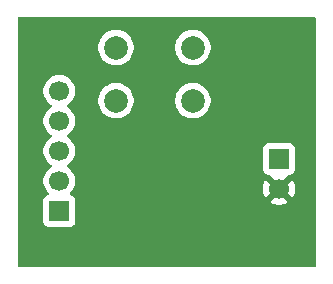
<source format=gbr>
%TF.GenerationSoftware,KiCad,Pcbnew,9.0.3*%
%TF.CreationDate,2025-11-22T12:31:01+05:30*%
%TF.ProjectId,multilayer trial,6d756c74-696c-4617-9965-722074726961,rev?*%
%TF.SameCoordinates,Original*%
%TF.FileFunction,Copper,L3,Inr*%
%TF.FilePolarity,Positive*%
%FSLAX46Y46*%
G04 Gerber Fmt 4.6, Leading zero omitted, Abs format (unit mm)*
G04 Created by KiCad (PCBNEW 9.0.3) date 2025-11-22 12:31:01*
%MOMM*%
%LPD*%
G01*
G04 APERTURE LIST*
%TA.AperFunction,ComponentPad*%
%ADD10C,2.000000*%
%TD*%
%TA.AperFunction,ComponentPad*%
%ADD11R,1.700000X1.700000*%
%TD*%
%TA.AperFunction,ComponentPad*%
%ADD12C,1.700000*%
%TD*%
G04 APERTURE END LIST*
D10*
%TO.N,GNDD*%
%TO.C,SW1*%
X113000000Y-82900000D03*
X119500000Y-82900000D03*
%TO.N,Net-(U1-~{RESET}{slash}PB5)*%
X113000000Y-87400000D03*
X119500000Y-87400000D03*
%TD*%
D11*
%TO.N,Net-(J2-Pin_1)*%
%TO.C,J2*%
X108200000Y-96740000D03*
D12*
%TO.N,Net-(J2-Pin_2)*%
X108200000Y-94200000D03*
%TO.N,Net-(J2-Pin_3)*%
X108200000Y-91660000D03*
%TO.N,Net-(J2-Pin_4)*%
X108200000Y-89120000D03*
%TO.N,Net-(J2-Pin_5)*%
X108200000Y-86580000D03*
%TD*%
D11*
%TO.N,GNDD*%
%TO.C,J1*%
X126800000Y-92325000D03*
D12*
%TO.N,5VD*%
X126800000Y-94865000D03*
%TD*%
%TA.AperFunction,Conductor*%
%TO.N,5VD*%
G36*
X129842539Y-80320185D02*
G01*
X129888294Y-80372989D01*
X129899500Y-80424500D01*
X129899500Y-101375500D01*
X129879815Y-101442539D01*
X129827011Y-101488294D01*
X129775500Y-101499500D01*
X104824500Y-101499500D01*
X104757461Y-101479815D01*
X104711706Y-101427011D01*
X104700500Y-101375500D01*
X104700500Y-86473713D01*
X106849500Y-86473713D01*
X106849500Y-86686287D01*
X106882754Y-86896243D01*
X106932268Y-87048632D01*
X106948444Y-87098414D01*
X107044951Y-87287820D01*
X107169890Y-87459786D01*
X107320213Y-87610109D01*
X107492182Y-87735050D01*
X107500946Y-87739516D01*
X107551742Y-87787491D01*
X107568536Y-87855312D01*
X107545998Y-87921447D01*
X107500946Y-87960484D01*
X107492182Y-87964949D01*
X107320213Y-88089890D01*
X107169890Y-88240213D01*
X107044951Y-88412179D01*
X106948444Y-88601585D01*
X106882753Y-88803760D01*
X106849500Y-89013713D01*
X106849500Y-89226286D01*
X106882753Y-89436239D01*
X106948444Y-89638414D01*
X107044951Y-89827820D01*
X107169890Y-89999786D01*
X107320213Y-90150109D01*
X107492182Y-90275050D01*
X107500946Y-90279516D01*
X107551742Y-90327491D01*
X107568536Y-90395312D01*
X107545998Y-90461447D01*
X107500946Y-90500484D01*
X107492182Y-90504949D01*
X107320213Y-90629890D01*
X107169890Y-90780213D01*
X107044951Y-90952179D01*
X106948444Y-91141585D01*
X106882753Y-91343760D01*
X106849500Y-91553713D01*
X106849500Y-91766286D01*
X106882753Y-91976239D01*
X106948444Y-92178414D01*
X107044951Y-92367820D01*
X107169890Y-92539786D01*
X107320213Y-92690109D01*
X107492182Y-92815050D01*
X107500946Y-92819516D01*
X107551742Y-92867491D01*
X107568536Y-92935312D01*
X107545998Y-93001447D01*
X107500946Y-93040484D01*
X107492182Y-93044949D01*
X107320213Y-93169890D01*
X107169890Y-93320213D01*
X107044951Y-93492179D01*
X106948444Y-93681585D01*
X106882753Y-93883760D01*
X106849500Y-94093713D01*
X106849500Y-94306287D01*
X106882754Y-94516243D01*
X106947518Y-94715566D01*
X106948444Y-94718414D01*
X107044951Y-94907820D01*
X107169890Y-95079786D01*
X107283430Y-95193326D01*
X107316915Y-95254649D01*
X107311931Y-95324341D01*
X107270059Y-95380274D01*
X107239083Y-95397189D01*
X107107669Y-95446203D01*
X107107664Y-95446206D01*
X106992455Y-95532452D01*
X106992452Y-95532455D01*
X106906206Y-95647664D01*
X106906202Y-95647671D01*
X106855908Y-95782517D01*
X106849501Y-95842116D01*
X106849501Y-95842123D01*
X106849500Y-95842135D01*
X106849500Y-97637870D01*
X106849501Y-97637876D01*
X106855908Y-97697483D01*
X106906202Y-97832328D01*
X106906206Y-97832335D01*
X106992452Y-97947544D01*
X106992455Y-97947547D01*
X107107664Y-98033793D01*
X107107671Y-98033797D01*
X107242517Y-98084091D01*
X107242516Y-98084091D01*
X107249444Y-98084835D01*
X107302127Y-98090500D01*
X109097872Y-98090499D01*
X109157483Y-98084091D01*
X109292331Y-98033796D01*
X109407546Y-97947546D01*
X109493796Y-97832331D01*
X109544091Y-97697483D01*
X109550500Y-97637873D01*
X109550499Y-95842128D01*
X109544091Y-95782517D01*
X109493796Y-95647669D01*
X109493795Y-95647668D01*
X109493793Y-95647664D01*
X109407547Y-95532455D01*
X109407544Y-95532452D01*
X109292335Y-95446206D01*
X109292328Y-95446202D01*
X109160917Y-95397189D01*
X109104983Y-95355318D01*
X109080566Y-95289853D01*
X109095418Y-95221580D01*
X109116563Y-95193332D01*
X109230104Y-95079792D01*
X109355051Y-94907816D01*
X109451557Y-94718412D01*
X109517246Y-94516243D01*
X109550500Y-94306287D01*
X109550500Y-94093713D01*
X109517246Y-93883757D01*
X109451557Y-93681588D01*
X109355051Y-93492184D01*
X109355049Y-93492181D01*
X109355048Y-93492179D01*
X109230109Y-93320213D01*
X109079786Y-93169890D01*
X108907820Y-93044951D01*
X108907115Y-93044591D01*
X108899054Y-93040485D01*
X108848259Y-92992512D01*
X108831463Y-92924692D01*
X108853999Y-92858556D01*
X108899054Y-92819515D01*
X108907816Y-92815051D01*
X108929789Y-92799086D01*
X109079786Y-92690109D01*
X109079788Y-92690106D01*
X109079792Y-92690104D01*
X109230104Y-92539792D01*
X109230106Y-92539788D01*
X109230109Y-92539786D01*
X109355048Y-92367820D01*
X109355047Y-92367820D01*
X109355051Y-92367816D01*
X109451557Y-92178412D01*
X109517246Y-91976243D01*
X109550500Y-91766287D01*
X109550500Y-91553713D01*
X109530452Y-91427135D01*
X125449500Y-91427135D01*
X125449500Y-93222870D01*
X125449501Y-93222876D01*
X125455908Y-93282483D01*
X125506202Y-93417328D01*
X125506206Y-93417335D01*
X125592452Y-93532544D01*
X125592455Y-93532547D01*
X125707664Y-93618793D01*
X125707671Y-93618797D01*
X125752618Y-93635561D01*
X125842517Y-93669091D01*
X125902127Y-93675500D01*
X125912685Y-93675499D01*
X125979723Y-93695179D01*
X126000372Y-93711818D01*
X126670591Y-94382037D01*
X126607007Y-94399075D01*
X126492993Y-94464901D01*
X126399901Y-94557993D01*
X126334075Y-94672007D01*
X126317037Y-94735591D01*
X125684728Y-94103282D01*
X125684727Y-94103282D01*
X125645380Y-94157439D01*
X125548904Y-94346782D01*
X125483242Y-94548869D01*
X125483242Y-94548872D01*
X125450000Y-94758753D01*
X125450000Y-94971246D01*
X125483242Y-95181127D01*
X125483242Y-95181130D01*
X125548904Y-95383217D01*
X125645375Y-95572550D01*
X125684728Y-95626716D01*
X126317037Y-94994408D01*
X126334075Y-95057993D01*
X126399901Y-95172007D01*
X126492993Y-95265099D01*
X126607007Y-95330925D01*
X126670590Y-95347962D01*
X126038282Y-95980269D01*
X126038282Y-95980270D01*
X126092449Y-96019624D01*
X126281782Y-96116095D01*
X126483870Y-96181757D01*
X126693754Y-96215000D01*
X126906246Y-96215000D01*
X127116127Y-96181757D01*
X127116130Y-96181757D01*
X127318217Y-96116095D01*
X127507554Y-96019622D01*
X127561716Y-95980270D01*
X127561717Y-95980270D01*
X126929408Y-95347962D01*
X126992993Y-95330925D01*
X127107007Y-95265099D01*
X127200099Y-95172007D01*
X127265925Y-95057993D01*
X127282962Y-94994409D01*
X127915270Y-95626717D01*
X127915270Y-95626716D01*
X127954622Y-95572554D01*
X128051095Y-95383217D01*
X128116757Y-95181130D01*
X128116757Y-95181127D01*
X128150000Y-94971246D01*
X128150000Y-94758753D01*
X128116757Y-94548872D01*
X128116757Y-94548869D01*
X128051095Y-94346782D01*
X127954624Y-94157449D01*
X127915270Y-94103282D01*
X127915269Y-94103282D01*
X127282962Y-94735590D01*
X127265925Y-94672007D01*
X127200099Y-94557993D01*
X127107007Y-94464901D01*
X126992993Y-94399075D01*
X126929409Y-94382037D01*
X127599627Y-93711818D01*
X127660950Y-93678333D01*
X127687307Y-93675499D01*
X127697872Y-93675499D01*
X127757483Y-93669091D01*
X127892331Y-93618796D01*
X128007546Y-93532546D01*
X128093796Y-93417331D01*
X128144091Y-93282483D01*
X128150500Y-93222873D01*
X128150499Y-91427128D01*
X128144091Y-91367517D01*
X128135230Y-91343760D01*
X128093797Y-91232671D01*
X128093793Y-91232664D01*
X128007547Y-91117455D01*
X128007544Y-91117452D01*
X127892335Y-91031206D01*
X127892328Y-91031202D01*
X127757482Y-90980908D01*
X127757483Y-90980908D01*
X127697883Y-90974501D01*
X127697881Y-90974500D01*
X127697873Y-90974500D01*
X127697864Y-90974500D01*
X125902129Y-90974500D01*
X125902123Y-90974501D01*
X125842516Y-90980908D01*
X125707671Y-91031202D01*
X125707664Y-91031206D01*
X125592455Y-91117452D01*
X125592452Y-91117455D01*
X125506206Y-91232664D01*
X125506202Y-91232671D01*
X125455908Y-91367517D01*
X125449501Y-91427116D01*
X125449501Y-91427123D01*
X125449500Y-91427135D01*
X109530452Y-91427135D01*
X109517246Y-91343757D01*
X109451557Y-91141588D01*
X109355051Y-90952184D01*
X109355049Y-90952181D01*
X109355048Y-90952179D01*
X109230109Y-90780213D01*
X109079786Y-90629890D01*
X108907820Y-90504951D01*
X108907115Y-90504591D01*
X108899054Y-90500485D01*
X108848259Y-90452512D01*
X108831463Y-90384692D01*
X108853999Y-90318556D01*
X108899054Y-90279515D01*
X108907816Y-90275051D01*
X108929789Y-90259086D01*
X109079786Y-90150109D01*
X109079788Y-90150106D01*
X109079792Y-90150104D01*
X109230104Y-89999792D01*
X109230106Y-89999788D01*
X109230109Y-89999786D01*
X109355048Y-89827820D01*
X109355047Y-89827820D01*
X109355051Y-89827816D01*
X109451557Y-89638412D01*
X109517246Y-89436243D01*
X109550500Y-89226287D01*
X109550500Y-89013713D01*
X109517246Y-88803757D01*
X109451557Y-88601588D01*
X109355051Y-88412184D01*
X109355049Y-88412181D01*
X109355048Y-88412179D01*
X109230109Y-88240213D01*
X109079786Y-88089890D01*
X108907820Y-87964951D01*
X108907115Y-87964591D01*
X108899054Y-87960485D01*
X108848259Y-87912512D01*
X108831463Y-87844692D01*
X108853999Y-87778556D01*
X108899054Y-87739515D01*
X108907816Y-87735051D01*
X108929789Y-87719086D01*
X109079786Y-87610109D01*
X109079788Y-87610106D01*
X109079792Y-87610104D01*
X109230104Y-87459792D01*
X109230106Y-87459788D01*
X109230109Y-87459786D01*
X109355050Y-87287817D01*
X109358064Y-87281902D01*
X111499500Y-87281902D01*
X111499500Y-87518097D01*
X111536446Y-87751368D01*
X111609433Y-87975996D01*
X111716657Y-88186433D01*
X111855483Y-88377510D01*
X112022490Y-88544517D01*
X112213567Y-88683343D01*
X112312991Y-88734002D01*
X112424003Y-88790566D01*
X112424005Y-88790566D01*
X112424008Y-88790568D01*
X112464609Y-88803760D01*
X112648631Y-88863553D01*
X112881903Y-88900500D01*
X112881908Y-88900500D01*
X113118097Y-88900500D01*
X113351368Y-88863553D01*
X113575992Y-88790568D01*
X113786433Y-88683343D01*
X113977510Y-88544517D01*
X114144517Y-88377510D01*
X114283343Y-88186433D01*
X114390568Y-87975992D01*
X114463553Y-87751368D01*
X114465430Y-87739516D01*
X114500500Y-87518097D01*
X114500500Y-87281902D01*
X117999500Y-87281902D01*
X117999500Y-87518097D01*
X118036446Y-87751368D01*
X118109433Y-87975996D01*
X118216657Y-88186433D01*
X118355483Y-88377510D01*
X118522490Y-88544517D01*
X118713567Y-88683343D01*
X118812991Y-88734002D01*
X118924003Y-88790566D01*
X118924005Y-88790566D01*
X118924008Y-88790568D01*
X118964609Y-88803760D01*
X119148631Y-88863553D01*
X119381903Y-88900500D01*
X119381908Y-88900500D01*
X119618097Y-88900500D01*
X119851368Y-88863553D01*
X120075992Y-88790568D01*
X120286433Y-88683343D01*
X120477510Y-88544517D01*
X120644517Y-88377510D01*
X120783343Y-88186433D01*
X120890568Y-87975992D01*
X120963553Y-87751368D01*
X120965430Y-87739516D01*
X121000500Y-87518097D01*
X121000500Y-87281902D01*
X120963553Y-87048631D01*
X120890566Y-86824003D01*
X120783342Y-86613566D01*
X120644517Y-86422490D01*
X120477510Y-86255483D01*
X120286433Y-86116657D01*
X120075996Y-86009433D01*
X119851368Y-85936446D01*
X119618097Y-85899500D01*
X119618092Y-85899500D01*
X119381908Y-85899500D01*
X119381903Y-85899500D01*
X119148631Y-85936446D01*
X118924003Y-86009433D01*
X118713566Y-86116657D01*
X118604550Y-86195862D01*
X118522490Y-86255483D01*
X118522488Y-86255485D01*
X118522487Y-86255485D01*
X118355485Y-86422487D01*
X118355485Y-86422488D01*
X118355483Y-86422490D01*
X118318267Y-86473713D01*
X118216657Y-86613566D01*
X118109433Y-86824003D01*
X118036446Y-87048631D01*
X117999500Y-87281902D01*
X114500500Y-87281902D01*
X114463553Y-87048631D01*
X114390566Y-86824003D01*
X114283342Y-86613566D01*
X114144517Y-86422490D01*
X113977510Y-86255483D01*
X113786433Y-86116657D01*
X113575996Y-86009433D01*
X113351368Y-85936446D01*
X113118097Y-85899500D01*
X113118092Y-85899500D01*
X112881908Y-85899500D01*
X112881903Y-85899500D01*
X112648631Y-85936446D01*
X112424003Y-86009433D01*
X112213566Y-86116657D01*
X112104550Y-86195862D01*
X112022490Y-86255483D01*
X112022488Y-86255485D01*
X112022487Y-86255485D01*
X111855485Y-86422487D01*
X111855485Y-86422488D01*
X111855483Y-86422490D01*
X111818267Y-86473713D01*
X111716657Y-86613566D01*
X111609433Y-86824003D01*
X111536446Y-87048631D01*
X111499500Y-87281902D01*
X109358064Y-87281902D01*
X109389227Y-87220742D01*
X109389227Y-87220741D01*
X109451557Y-87098412D01*
X109517246Y-86896243D01*
X109550500Y-86686287D01*
X109550500Y-86473713D01*
X109517246Y-86263757D01*
X109451557Y-86061588D01*
X109355051Y-85872184D01*
X109355049Y-85872181D01*
X109355048Y-85872179D01*
X109230109Y-85700213D01*
X109079786Y-85549890D01*
X108907820Y-85424951D01*
X108718414Y-85328444D01*
X108718413Y-85328443D01*
X108718412Y-85328443D01*
X108516243Y-85262754D01*
X108516241Y-85262753D01*
X108516240Y-85262753D01*
X108354957Y-85237208D01*
X108306287Y-85229500D01*
X108093713Y-85229500D01*
X108045042Y-85237208D01*
X107883760Y-85262753D01*
X107681585Y-85328444D01*
X107492179Y-85424951D01*
X107320213Y-85549890D01*
X107169890Y-85700213D01*
X107044951Y-85872179D01*
X106948444Y-86061585D01*
X106882753Y-86263760D01*
X106857613Y-86422487D01*
X106849500Y-86473713D01*
X104700500Y-86473713D01*
X104700500Y-82781902D01*
X111499500Y-82781902D01*
X111499500Y-83018097D01*
X111536446Y-83251368D01*
X111609433Y-83475996D01*
X111716657Y-83686433D01*
X111855483Y-83877510D01*
X112022490Y-84044517D01*
X112213567Y-84183343D01*
X112312991Y-84234002D01*
X112424003Y-84290566D01*
X112424005Y-84290566D01*
X112424008Y-84290568D01*
X112544412Y-84329689D01*
X112648631Y-84363553D01*
X112881903Y-84400500D01*
X112881908Y-84400500D01*
X113118097Y-84400500D01*
X113351368Y-84363553D01*
X113575992Y-84290568D01*
X113786433Y-84183343D01*
X113977510Y-84044517D01*
X114144517Y-83877510D01*
X114283343Y-83686433D01*
X114390568Y-83475992D01*
X114463553Y-83251368D01*
X114500500Y-83018097D01*
X114500500Y-82781902D01*
X117999500Y-82781902D01*
X117999500Y-83018097D01*
X118036446Y-83251368D01*
X118109433Y-83475996D01*
X118216657Y-83686433D01*
X118355483Y-83877510D01*
X118522490Y-84044517D01*
X118713567Y-84183343D01*
X118812991Y-84234002D01*
X118924003Y-84290566D01*
X118924005Y-84290566D01*
X118924008Y-84290568D01*
X119044412Y-84329689D01*
X119148631Y-84363553D01*
X119381903Y-84400500D01*
X119381908Y-84400500D01*
X119618097Y-84400500D01*
X119851368Y-84363553D01*
X120075992Y-84290568D01*
X120286433Y-84183343D01*
X120477510Y-84044517D01*
X120644517Y-83877510D01*
X120783343Y-83686433D01*
X120890568Y-83475992D01*
X120963553Y-83251368D01*
X121000500Y-83018097D01*
X121000500Y-82781902D01*
X120963553Y-82548631D01*
X120890566Y-82324003D01*
X120783342Y-82113566D01*
X120644517Y-81922490D01*
X120477510Y-81755483D01*
X120286433Y-81616657D01*
X120075996Y-81509433D01*
X119851368Y-81436446D01*
X119618097Y-81399500D01*
X119618092Y-81399500D01*
X119381908Y-81399500D01*
X119381903Y-81399500D01*
X119148631Y-81436446D01*
X118924003Y-81509433D01*
X118713566Y-81616657D01*
X118604550Y-81695862D01*
X118522490Y-81755483D01*
X118522488Y-81755485D01*
X118522487Y-81755485D01*
X118355485Y-81922487D01*
X118355485Y-81922488D01*
X118355483Y-81922490D01*
X118295862Y-82004550D01*
X118216657Y-82113566D01*
X118109433Y-82324003D01*
X118036446Y-82548631D01*
X117999500Y-82781902D01*
X114500500Y-82781902D01*
X114463553Y-82548631D01*
X114390566Y-82324003D01*
X114283342Y-82113566D01*
X114144517Y-81922490D01*
X113977510Y-81755483D01*
X113786433Y-81616657D01*
X113575996Y-81509433D01*
X113351368Y-81436446D01*
X113118097Y-81399500D01*
X113118092Y-81399500D01*
X112881908Y-81399500D01*
X112881903Y-81399500D01*
X112648631Y-81436446D01*
X112424003Y-81509433D01*
X112213566Y-81616657D01*
X112104550Y-81695862D01*
X112022490Y-81755483D01*
X112022488Y-81755485D01*
X112022487Y-81755485D01*
X111855485Y-81922487D01*
X111855485Y-81922488D01*
X111855483Y-81922490D01*
X111795862Y-82004550D01*
X111716657Y-82113566D01*
X111609433Y-82324003D01*
X111536446Y-82548631D01*
X111499500Y-82781902D01*
X104700500Y-82781902D01*
X104700500Y-80424500D01*
X104720185Y-80357461D01*
X104772989Y-80311706D01*
X104824500Y-80300500D01*
X129775500Y-80300500D01*
X129842539Y-80320185D01*
G37*
%TD.AperFunction*%
%TD*%
M02*

</source>
